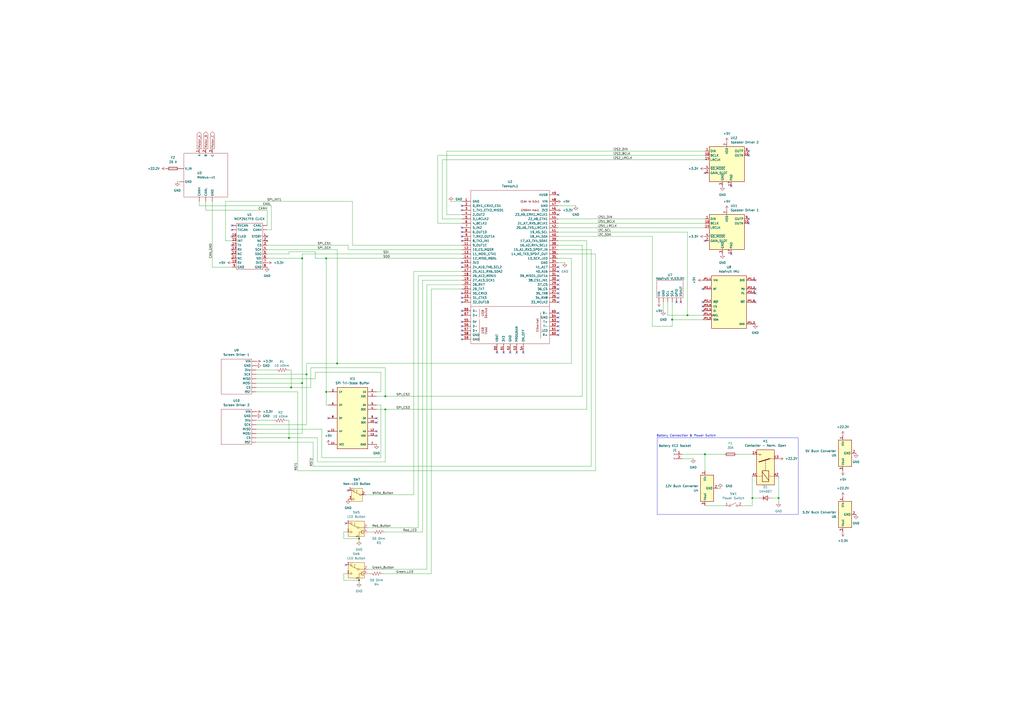
<source format=kicad_sch>
(kicad_sch (version 20250114) (generator "eeschema") (generator_version "9.0")
  (paper "A2")
  (lib_symbols
    (symbol "4754:4754" (pin_names (offset 1.016))
      (property "Reference" "U" (at -10.16 16.002 0))
      (property "Value" "4754" (at -10.16 -17.78 0))
      (symbol "4754_0_0"
        (pin input line (at -15.24 12.7 0) (length 5.08) (name "VIN") (number "JP1_1"))
        (pin input line (at -15.24 7.62 0) (length 5.08) (name "BT") (number "JP2_1"))
        (pin input line (at -15.24 0 0) (length 5.08) (name "~{RST}") (number "JP2_4"))
        (pin input line (at -15.24 -2.54 0) (length 5.08) (name "CS") (number "JP2_6"))
        (pin input line (at -15.24 -5.08 0) (length 5.08) (name "DI") (number "JP2_5"))
        (pin bidirectional clock (at -15.24 -7.62 0) (length 5.08) (name "SCL") (number "JP1_4"))
        (pin bidirectional line (at -15.24 -10.16 0) (length 5.08) (name "SDA") (number "JP1_5"))
        (pin output line (at 15.24 12.7 180) (length 5.08) (name "3VO") (number "JP1_2"))
        (pin bidirectional line (at 15.24 7.62 180) (length 5.08) (name "P0") (number "JP2_2"))
        (pin bidirectional line (at 15.24 5.08 180) (length 5.08) (name "P1") (number "JP2_3"))
        (pin output line (at 15.24 0 180) (length 5.08) (name "~{INT}") (number "JP1_6"))
        (pin power_in line (at 15.24 -12.7 180) (length 5.08) (name "GND") (number "JP1_3"))
      )
    )
    (symbol "74HC125:74HC125" (pin_names (offset 1.016))
      (property "Reference" "IC" (at -5.0815 22.8665 0))
      (property "Value" "74HC125" (at -5.0884 -17.8093 0))
      (symbol "74HC125_0_0"
        (pin bidirectional line (at -10.16 17.78 0) (length 5.08) (name "1A") (number "2"))
        (pin bidirectional line (at -10.16 15.24 0) (length 5.08) (name "1OE") (number "1"))
        (pin bidirectional line (at -10.16 10.16 0) (length 5.08) (name "2A") (number "5"))
        (pin bidirectional line (at -10.16 7.62 0) (length 5.08) (name "2OE") (number "4"))
        (pin bidirectional line (at -10.16 2.54 0) (length 5.08) (name "3A") (number "9"))
        (pin bidirectional line (at -10.16 0 0) (length 5.08) (name "3OE") (number "10"))
        (pin bidirectional line (at -10.16 -5.08 0) (length 5.08) (name "4A") (number "12"))
        (pin bidirectional line (at -10.16 -7.62 0) (length 5.08) (name "4OE") (number "13"))
        (pin bidirectional line (at -10.16 -12.7 0) (length 5.08) (name "GND") (number "7"))
        (pin bidirectional line (at 17.78 17.78 180) (length 5.08) (name "1Y") (number "3"))
        (pin bidirectional line (at 17.78 10.16 180) (length 5.08) (name "2Y") (number "6"))
        (pin bidirectional line (at 17.78 2.54 180) (length 5.08) (name "3Y") (number "8"))
        (pin bidirectional line (at 17.78 -5.08 180) (length 5.08) (name "4Y") (number "11"))
        (pin bidirectional line (at 17.78 -12.7 180) (length 5.08) (name "VCC") (number "14"))
      )
    )
    (symbol "Adafruit_RA8875_1"
      (property "Reference" "U9" (at -1.2701 10.16 90))
      (property "Value" "AdafruitRA8875" (at 1.2699 10.16 90))
      (symbol "Adafruit_RA8875_1_1_1"
        (pin power_in line (at -8.89 -11.43 90) (length 2.54) (name "VIN") (number ""))
        (pin power_out line (at -6.35 -11.43 90) (length 2.54) (name "GND") (number ""))
        (pin power_out line (at -3.81 -11.43 90) (length 2.54) (name "3Vo") (number ""))
        (pin input line (at -1.27 -11.43 90) (length 2.54) (name "SCK") (number ""))
        (pin output line (at 1.27 -11.43 90) (length 2.54) (name "MISO") (number ""))
        (pin input line (at 3.81 -11.43 90) (length 2.54) (name "MOSI") (number ""))
        (pin input line (at 6.35 -11.43 90) (length 2.54) (name "CS") (number ""))
        (pin input line (at 8.89 -11.43 90) (length 2.54) (name "RST") (number ""))
      )
    )
    (symbol "Audio:MAX98357A"
      (property "Reference" "U" (at -8.89 11.43 0))
      (property "Value" "MAX98357A" (at 10.16 11.43 0))
      (symbol "MAX98357A_1_1"
        (pin input line (at -12.7 7.62 0) (length 2.54) (name "DIN") (number "1"))
        (pin input line (at -12.7 5.08 0) (length 2.54) (name "BCLK") (number "16"))
        (pin input line (at -12.7 2.54 0) (length 2.54) (name "LRCLK") (number "14"))
        (pin input line (at -12.7 -2.54 0) (length 2.54) (name "~{SD_MODE}") (number "4"))
        (pin passive line (at -12.7 -5.08 0) (length 2.54) (name "GAIN_SLOT") (number "2"))
        (pin passive line (at -2.54 -12.7 90) (length 2.54) (hide yes) (name "GND") (number "11"))
        (pin passive line (at -2.54 -12.7 90) (length 2.54) (hide yes) (name "GND") (number "15"))
        (pin power_in line (at -2.54 -12.7 90) (length 2.54) (name "GND") (number "3"))
        (pin power_in line (at 0 12.7 270) (length 2.54) (name "VDD") (number "7"))
        (pin passive line (at 0 12.7 270) (length 2.54) (hide yes) (name "VDD") (number "8"))
        (pin unspecified line (at 2.54 -12.7 90) (length 2.54) (name "PAD") (number "17"))
        (pin no_connect line (at 10.16 2.54 180) (length 2.54) (hide yes) (name "NC") (number "5"))
        (pin no_connect line (at 10.16 0 180) (length 2.54) (hide yes) (name "NC") (number "6"))
        (pin no_connect line (at 10.16 -5.08 180) (length 2.54) (hide yes) (name "NC") (number "12"))
        (pin no_connect line (at 10.16 -7.62 180) (length 2.54) (hide yes) (name "NC") (number "13"))
        (pin output line (at 12.7 7.62 180) (length 2.54) (name "OUTP") (number "9"))
        (pin output line (at 12.7 5.08 180) (length 2.54) (name "OUTN") (number "10"))
      )
    )
    (symbol "Connector:Conn_01x02_Socket" (pin_names (offset 1.016) (hide yes))
      (property "Reference" "J1" (at -0.635 -7.62 0))
      (property "Value" "Battery EC2 Socket" (at -0.635 -5.08 0))
      (symbol "Conn_01x02_Socket_1_1"
        (pin power_out line (at -5.08 0 0) (length 3.81) (name "Pin_1") (number "1"))
        (pin passive line (at -5.08 -2.54 0) (length 3.81) (name "Pin_2") (number "2"))
      )
    )
    (symbol "Custom_Parts:Adafruit_RA8875"
      (property "Reference" "U9" (at -1.2701 10.16 90))
      (property "Value" "AdafruitRA8875" (at 1.2699 10.16 90))
      (symbol "Adafruit_RA8875_1_1"
        (pin power_in line (at -8.89 -11.43 90) (length 2.54) (name "VIN") (number ""))
        (pin power_out line (at -6.35 -11.43 90) (length 2.54) (name "GND") (number ""))
        (pin power_out line (at -3.81 -11.43 90) (length 2.54) (name "3Vo") (number ""))
        (pin input line (at -1.27 -11.43 90) (length 2.54) (name "SCK") (number ""))
        (pin output line (at 1.27 -11.43 90) (length 2.54) (name "MISO") (number ""))
        (pin input line (at 3.81 -11.43 90) (length 2.54) (name "MOSI") (number ""))
        (pin input line (at 6.35 -11.43 90) (length 2.54) (name "CS") (number ""))
        (pin input line (at 8.89 -11.43 90) (length 2.54) (name "RST") (number ""))
      )
    )
    (symbol "Custom_Parts:Adafruit_VL53L0X"
      (property "Reference" "U" (at 0 0 0))
      (symbol "Adafruit_VL53L0X_1_1"
        (pin power_in line (at -6.35 -10.16 90) (length 2.54) (name "VIN") (number ""))
        (pin power_in line (at -3.81 -10.16 90) (length 2.54) (name "GND") (number ""))
        (pin input line (at -1.27 -10.16 90) (length 2.54) (name "SCL") (number ""))
        (pin bidirectional line (at 1.27 -10.16 90) (length 2.54) (name "SCA") (number ""))
        (pin bidirectional line (at 3.81 -10.16 90) (length 2.54) (name "GPIO") (number ""))
        (pin input line (at 6.35 -10.16 90) (length 2.54) (name "XSHUT") (number ""))
      )
    )
    (symbol "Custom_Parts:MCP2517FD_CLICK"
      (property "Reference" "U" (at 0 0 0))
      (symbol "MCP2517FD_CLICK_1_1"
        (pin bidirectional line (at -10.16 11.43 0) (length 2.54) (name "CANL") (number ""))
        (pin bidirectional line (at -10.16 8.89 0) (length 2.54) (name "CANH") (number ""))
        (pin input line (at -10.16 5.08 0) (length 2.54) (name "STDBY") (number "1"))
        (pin no_connect line (at -10.16 2.54 0) (length 2.54) (name "NC") (number "2"))
        (pin input line (at -10.16 0 0) (length 2.54) (name "CS") (number "3"))
        (pin input line (at -10.16 -2.54 0) (length 2.54) (name "SCK") (number "4"))
        (pin output line (at -10.16 -5.08 0) (length 2.54) (name "SDO") (number "5"))
        (pin input line (at -10.16 -7.62 0) (length 2.54) (name "SDI") (number "6"))
        (pin power_in line (at -10.16 -10.16 0) (length 2.54) (name "3V3") (number "7"))
        (pin bidirectional line (at -10.16 -12.7 0) (length 2.54) (name "GND") (number "8"))
        (pin bidirectional line (at 10.16 11.43 180) (length 2.54) (name "RXCAN") (number ""))
        (pin bidirectional line (at 10.16 8.89 180) (length 2.54) (name "TXCAN") (number ""))
        (pin output line (at 10.16 5.08 180) (length 2.54) (name "CLKO") (number "16"))
        (pin bidirectional line (at 10.16 2.54 180) (length 2.54) (name "INT") (number "15"))
        (pin bidirectional line (at 10.16 0 180) (length 2.54) (name "TX") (number "14"))
        (pin bidirectional line (at 10.16 -2.54 180) (length 2.54) (name "RX") (number "13"))
        (pin no_connect line (at 10.16 -5.08 180) (length 2.54) (name "NC") (number "12"))
        (pin no_connect line (at 10.16 -7.62 180) (length 2.54) (name "NC") (number "11"))
        (pin power_in line (at 10.16 -10.16 180) (length 2.54) (name "5V") (number "10"))
        (pin bidirectional line (at 10.16 -12.7 180) (length 2.54) (name "GND") (number "9"))
      )
    )
    (symbol "Custom_Parts:Moteus-x1"
      (property "Reference" "U3" (at -5.08 1.27 0))
      (property "Value" "Moteus-x1" (at -5.08 -1.27 0))
      (symbol "Moteus-x1_1_1"
        (pin power_in line (at -15.24 3.81 0) (length 2.54) (name "V_IN") (number ""))
        (pin power_in line (at -15.24 -3.81 0) (length 2.54) (name "GND") (number ""))
        (pin bidirectional line (at -3.81 15.24 270) (length 2.54) (name "A") (number "1"))
        (pin bidirectional line (at -3.81 -15.24 90) (length 2.54) (name "CANH") (number ""))
        (pin bidirectional line (at 0 15.24 270) (length 2.54) (name "B") (number "2"))
        (pin bidirectional line (at 0 -15.24 90) (length 2.54) (name "CANL") (number ""))
        (pin bidirectional line (at 3.81 15.24 270) (length 2.54) (name "C") (number "3"))
        (pin power_in line (at 3.81 -15.24 90) (length 2.54) (name "GND") (number ""))
      )
    )
    (symbol "Device:Fuse" (pin_numbers (hide yes)) (pin_names (offset 0))
      (property "Reference" "F" (at 2.032 0 90))
      (property "Value" "Fuse" (at -1.905 0 90))
      (symbol "Fuse_1_1"
        (pin passive line (at 0 3.81 270) (length 1.27) (name "~") (number "1"))
        (pin passive line (at 0 -3.81 90) (length 1.27) (name "~") (number "2"))
      )
    )
    (symbol "Device:R_US" (pin_numbers (hide yes)) (pin_names (offset 0))
      (property "Reference" "R" (at 2.54 0 90))
      (property "Value" "R_US" (at -2.54 0 90))
      (symbol "R_US_1_1"
        (pin passive line (at 0 3.81 270) (length 1.27) (name "~") (number "1"))
        (pin passive line (at 0 -3.81 90) (length 1.27) (name "~") (number "2"))
      )
    )
    (symbol "Diode:1N4007" (pin_numbers (hide yes)) (pin_names (hide yes))
      (property "Reference" "D" (at 0 2.54 0))
      (property "Value" "1N4007" (at 0 -2.54 0))
      (symbol "1N4007_1_1"
        (pin passive line (at -3.81 0 0) (length 2.54) (name "K") (number "1"))
        (pin passive line (at 3.81 0 180) (length 2.54) (name "A") (number "2"))
      )
    )
    (symbol "Regulator_Switching:TSR_1-24120"
      (property "Reference" "U" (at -7.62 6.35 0))
      (property "Value" "TSR_1-24120" (at -1.27 6.35 0))
      (symbol "TSR_1-24120_1_1"
        (pin power_in line (at -10.16 2.54 0) (length 2.54) (name "Vin") (number "1"))
        (pin power_in line (at 0 -5.08 90) (length 2.54) (name "GND") (number "2"))
        (pin power_out line (at 10.16 2.54 180) (length 2.54) (name "Vout") (number "3"))
      )
    )
    (symbol "Regulator_Switching:TSR_1-2433"
      (property "Reference" "U" (at -7.62 6.35 0))
      (property "Value" "TSR_1-2433" (at -1.27 6.35 0))
      (symbol "TSR_1-2433_1_1"
        (pin power_in line (at -10.16 2.54 0) (length 2.54) (name "Vin") (number "1"))
        (pin power_in line (at 0 -5.08 90) (length 2.54) (name "GND") (number "2"))
        (pin power_out line (at 10.16 2.54 180) (length 2.54) (name "Vout") (number "3"))
      )
    )
    (symbol "Regulator_Switching:TSR_1-2450"
      (property "Reference" "U" (at -7.62 6.35 0))
      (property "Value" "TSR_1-2450" (at -1.27 6.35 0))
      (symbol "TSR_1-2450_1_1"
        (pin power_in line (at -10.16 2.54 0) (length 2.54) (name "Vin") (number "1"))
        (pin power_in line (at 0 -5.08 90) (length 2.54) (name "GND") (number "2"))
        (pin power_out line (at 10.16 2.54 180) (length 2.54) (name "Vout") (number "3"))
      )
    )
    (symbol "Relay:Relay_SPST-NO"
      (property "Reference" "K1" (at 15.24 0 90))
      (property "Value" "Contactor - Norm. Open" (at 12.7 0 90))
      (symbol "Relay_SPST-NO_1_1"
        (pin passive line (at -5.08 7.62 270) (length 2.54) (name "~") (number "A1"))
        (pin passive line (at -5.08 -7.62 90) (length 2.54) (name "~") (number "A2"))
        (pin power_out line (at 5.08 -7.62 90) (length 2.54) (name "~") (number "13"))
        (pin power_in line (at 7.62 7.62 270) (length 2.54) (name "~") (number "14"))
      )
    )
    (symbol "SW_Push_SPDT_2" (pin_names (offset 0) (hide yes))
      (property "Reference" "SW4" (at 2.2225 8.89 0))
      (property "Value" "LED Button" (at 2.2225 6.35 0))
      (symbol "SW_Push_SPDT_2_1_1"
        (pin passive line (at -5.08 0 0) (length 2.54) (name "B") (number "2"))
        (pin power_in line (at -5.08 -2.54 0) (length 2.54) (name "LED_IN") (number "4"))
        (pin power_out line (at 0 -6.35 90) (length 2.54) (name "GND") (number "5"))
        (pin passive line (at 7.62 2.54 180) (length 2.54) (name "A") (number "1"))
        (pin passive line (at 7.62 -2.54 180) (length 2.54) (name "C") (number "3"))
      )
    )
    (symbol "Switch:SW_Push_SPDT" (pin_names (offset 0) (hide yes))
      (property "Reference" "SW" (at 0 5.08 0))
      (property "Value" "SW_Push_SPDT" (at 0 -5.08 0))
      (symbol "SW_Push_SPDT_1_1"
        (pin passive line (at -5.08 0 0) (length 2.54) (name "B") (number "2"))
        (pin passive line (at 5.08 2.54 180) (length 2.54) (name "A") (number "1"))
        (pin passive line (at 5.08 -2.54 180) (length 2.54) (name "C") (number "3"))
      )
    )
    (symbol "Switch:SW_SPST" (pin_names (offset 0) (hide yes))
      (property "Reference" "SW" (at 0 3.175 0))
      (property "Value" "SW_SPST" (at 0 -2.54 0))
      (symbol "SW_SPST_1_1"
        (pin passive line (at -5.08 0 0) (length 2.54) (name "A") (number "1"))
        (pin passive line (at 5.08 0 180) (length 2.54) (name "B") (number "2"))
      )
    )
    (symbol "power:+24V" (power) (pin_numbers (hide yes)) (pin_names (offset 0) (hide yes))
      (property "Value" "+24V" (at 0 3.556 0))
      (symbol "+24V_1_1"
        (pin power_in line (at 0 0 90) (length 0) (name "~") (number "1"))
      )
    )
    (symbol "power:+3.3V" (power) (pin_numbers (hide yes)) (pin_names (offset 0) (hide yes))
      (property "Value" "+3.3V" (at 0 3.556 0))
      (symbol "+3.3V_1_1"
        (pin power_in line (at 0 0 90) (length 0) (name "~") (number "1"))
      )
    )
    (symbol "power:+5V" (power) (pin_numbers (hide yes)) (pin_names (offset 0) (hide yes))
      (property "Value" "+5V" (at 0 3.556 0))
      (symbol "+5V_1_1"
        (pin power_in line (at 0 0 90) (length 0) (name "~") (number "1"))
      )
    )
    (symbol "power:GND" (power) (pin_numbers (hide yes)) (pin_names (offset 0) (hide yes))
      (property "Value" "GND" (at 0 -3.81 0))
      (symbol "GND_1_1"
        (pin power_in line (at 0 0 270) (length 0) (name "~") (number "1"))
      )
    )
    (symbol "teensy:Teensy4.1" (pin_names (offset 1.016))
      (property "Reference" "U" (at 0 64.77 0))
      (property "Value" "Teensy4.1" (at 0 62.23 0))
      (symbol "Teensy4.1_0_0"
        (text "USB" (at -15.875 -10.16 900) (effects (font (size 1.27 1.27))))
        (text "USB" (at -15.875 -20.32 900) (effects (font (size 1.27 1.27))))
        (text "Device" (at -13.97 -10.16 900) (effects (font (size 1.27 1.27))))
        (text "Host" (at -13.97 -20.32 900) (effects (font (size 1.27 1.27))))
        (text "(3.6v to 5.5v)" (at 11.43 54.61 0) (effects (font (size 1.016 1.016))))
        (text "(250mA max)" (at 11.43 49.53 0) (effects (font (size 1.016 1.016))))
        (text "Ethernet" (at 15.875 -17.145 900) (effects (font (size 1.27 1.27))))
        (pin bidirectional line (at -27.94 44.45 0) (length 5.08) (name "3_LRCLK2") (number "5"))
        (pin bidirectional line (at -27.94 41.91 0) (length 5.08) (name "4_BCLK2") (number "6"))
        (pin bidirectional line (at -27.94 39.37 0) (length 5.08) (name "5_IN2") (number "7"))
        (pin bidirectional line (at -27.94 36.83 0) (length 5.08) (name "6_OUT1D") (number "8"))
        (pin bidirectional line (at -27.94 34.29 0) (length 5.08) (name "7_RX2_OUT1A") (number "9"))
        (pin bidirectional line (at -27.94 31.75 0) (length 5.08) (name "8_TX2_IN1") (number "10"))
        (pin bidirectional line (at -27.94 29.21 0) (length 5.08) (name "9_OUT1C") (number "11"))
        (pin bidirectional line (at -27.94 26.67 0) (length 5.08) (name "10_CS_MQSR") (number "12"))
        (pin bidirectional line (at -27.94 24.13 0) (length 5.08) (name "11_MOSI_CTX1") (number "13"))
        (pin bidirectional line (at -27.94 21.59 0) (length 5.08) (name "12_MISO_MQSL") (number "14"))
        (pin power_in line (at -27.94 19.05 0) (length 5.08) (name "3V3") (number "15"))
        (pin bidirectional line (at -27.94 16.51 0) (length 5.08) (name "24_A10_TX6_SCL2") (number "16"))
        (pin bidirectional line (at -27.94 13.97 0) (length 5.08) (name "25_A11_RX6_SDA2") (number "17"))
        (pin bidirectional line (at -27.94 11.43 0) (length 5.08) (name "26_A12_MOSI1") (number "18"))
        (pin bidirectional line (at -27.94 8.89 0) (length 5.08) (name "27_A13_SCK1") (number "19"))
        (pin bidirectional line (at -27.94 6.35 0) (length 5.08) (name "28_RX7") (number "20"))
        (pin bidirectional line (at -27.94 3.81 0) (length 5.08) (name "29_TX7") (number "21"))
        (pin bidirectional line (at -27.94 1.27 0) (length 5.08) (name "30_CRX3") (number "22"))
        (pin bidirectional line (at -27.94 -1.27 0) (length 5.08) (name "31_CTX3") (number "23"))
        (pin bidirectional line (at -27.94 -3.81 0) (length 5.08) (name "32_OUT1B") (number "24"))
        (pin bidirectional line (at -27.94 -8.89 0) (length 5.08) (name "D-") (number "66"))
        (pin bidirectional line (at -27.94 -11.43 0) (length 5.08) (name "D+") (number "67"))
        (pin power_out line (at -27.94 -15.24 0) (length 5.08) (name "5V") (number "55"))
        (pin bidirectional line (at -27.94 -17.78 0) (length 5.08) (name "D-") (number "56"))
        (pin bidirectional line (at -27.94 -20.32 0) (length 5.08) (name "D+") (number "57"))
        (pin power_in line (at -27.94 -22.86 0) (length 5.08) (name "GND") (number "58"))
        (pin power_in line (at -27.94 -25.4 0) (length 5.08) (name "GND") (number "59"))
        (pin power_in line (at -7.62 -33.02 90) (length 5.08) (name "VBAT") (number "50"))
        (pin power_in line (at -3.81 -33.02 90) (length 5.08) (name "3V3") (number "51"))
        (pin input line (at 0 -33.02 90) (length 5.08) (name "GND") (number "52"))
        (pin input line (at 3.81 -33.02 90) (length 5.08) (name "PROGRAM") (number "53"))
        (pin input line (at 7.62 -33.02 90) (length 5.08) (name "ON_OFF") (number "54"))
        (pin power_out line (at 27.94 58.42 180) (length 5.08) (name "VUSB") (number "49"))
        (pin power_in line (at 27.94 54.61 180) (length 5.08) (name "VIN") (number "48"))
        (pin output line (at 27.94 52.07 180) (length 5.08) (name "GND") (number "47"))
        (pin output line (at 27.94 49.53 180) (length 5.08) (name "3V3") (number "46"))
        (pin bidirectional line (at 27.94 46.99 180) (length 5.08) (name "23_A9_CRX1_MCLK1") (number "45"))
        (pin bidirectional line (at 27.94 44.45 180) (length 5.08) (name "22_A8_CTX1") (number "44"))
        (pin bidirectional line (at 27.94 41.91 180) (length 5.08) (name "21_A7_RX5_BCLK1") (number "43"))
        (pin bidirectional line (at 27.94 39.37 180) (length 5.08) (name "20_A6_TX5_LRCLK1") (number "42"))
        (pin bidirectional line (at 27.94 36.83 180) (length 5.08) (name "19_A5_SCL") (number "41"))
        (pin bidirectional line (at 27.94 34.29 180) (length 5.08) (name "18_A4_SDA") (number "40"))
        (pin bidirectional line (at 27.94 31.75 180) (length 5.08) (name "17_A3_TX4_SDA1") (number "39"))
        (pin bidirectional line (at 27.94 29.21 180) (length 5.08) (name "16_A2_RX4_SCL1") (number "38"))
        (pin bidirectional line (at 27.94 26.67 180) (length 5.08) (name "15_A1_RX3_SPDIF_IN") (number "37"))
        (pin bidirectional line (at 27.94 24.13 180) (length 5.08) (name "14_A0_TX3_SPDIF_OUT") (number "36"))
        (pin bidirectional line (at 27.94 21.59 180) (length 5.08) (name "13_SCK_LED") (number "35"))
        (pin bidirectional line (at 27.94 16.51 180) (length 5.08) (name "41_A17") (number "33"))
        (pin bidirectional line (at 27.94 13.97 180) (length 5.08) (name "40_A16") (number "32"))
        (pin bidirectional line (at 27.94 11.43 180) (length 5.08) (name "39_MISO1_OUT1A") (number "31"))
        (pin bidirectional line (at 27.94 8.89 180) (length 5.08) (name "38_CS1_IN1") (number "30"))
        (pin bidirectional line (at 27.94 6.35 180) (length 5.08) (name "37_CS") (number "29"))
        (pin bidirectional line (at 27.94 3.81 180) (length 5.08) (name "36_CS") (number "28"))
        (pin bidirectional line (at 27.94 1.27 180) (length 5.08) (name "35_TX8") (number "27"))
        (pin bidirectional line (at 27.94 -1.27 180) (length 5.08) (name "34_RX8") (number "26"))
        (pin bidirectional line (at 27.94 -3.81 180) (length 5.08) (name "33_MCLK2") (number "25"))
        (pin bidirectional line (at 27.94 -10.16 180) (length 5.08) (name "R-") (number "65"))
        (pin power_in line (at 27.94 -12.7 180) (length 5.08) (name "GND") (number "64"))
        (pin bidirectional line (at 27.94 -15.24 180) (length 5.08) (name "T+") (number "63"))
        (pin bidirectional line (at 27.94 -17.78 180) (length 5.08) (name "T-") (number "62"))
        (pin bidirectional line (at 27.94 -20.32 180) (length 5.08) (name "LED") (number "61"))
        (pin bidirectional line (at 27.94 -22.86 180) (length 5.08) (name "R+") (number "60"))
      )
      (symbol "Teensy4.1_1_1"
        (pin power_in line (at -27.94 54.61 0) (length 5.08) (name "GND") (number "1"))
        (pin bidirectional line (at -27.94 52.07 0) (length 5.08) (name "0_RX1_CRX2_CS1") (number "2"))
        (pin bidirectional line (at -27.94 49.53 0) (length 5.08) (name "1_TX1_CTX2_MISO1") (number "3"))
        (pin bidirectional line (at -27.94 46.99 0) (length 5.08) (name "2_OUT2") (number "4"))
        (pin power_in line (at 27.94 19.05 180) (length 5.08) (name "GND") (number "34"))
      )
    )
  )
  (rectangle (start 381.1812 253.9813) (end 463.0962 298.4313))
  (text "Battery Connection & Power Switch\n" (at 398.0722 252.8383 0) (effects (font (size 1.27 1.27))))
  (junction (at 167.64 254))
  (junction (at 408.94 263.5063))
  (junction (at 175.26 149.86))
  (junction (at 189.23 227.33))
  (junction (at 223.52 229.87))
  (junction (at 208.28 336.55))
  (junction (at 436.4262 288.9063))
  (junction (at 208.28 312.42))
  (junction (at 398.78 182.88))
  (junction (at 168.91 224.79))
  (junction (at 451.6662 288.9063))
  (junction (at 177.8 217.17))
  (junction (at 223.52 237.49))
  (junction (at 175.26 222.25))
  (junction (at 195.58 210.82))
  (junction (at 189.23 149.86))
  (junction (at 389.89 185.42))
  (no_connect (at 438.15 170.18))
  (no_connect (at 267.97 132.08))
  (no_connect (at 323.85 175.26))
  (no_connect (at 323.85 165.1))
  (no_connect (at 408.94 139.7))
  (no_connect (at 134.62 137.16))
  (no_connect (at 134.62 142.24))
  (no_connect (at 438.15 175.26))
  (no_connect (at 190.5 242.57))
  (no_connect (at 392.43 175.26))
  (no_connect (at 407.67 180.34))
  (no_connect (at 323.85 167.64))
  (no_connect (at 267.97 175.26))
  (no_connect (at 267.97 139.7))
  (no_connect (at 218.44 245.11))
  (no_connect (at 438.15 162.56))
  (no_connect (at 323.85 184.15))
  (no_connect (at 267.97 137.16))
  (no_connect (at 434.34 90.17))
  (no_connect (at 303.53 204.47))
  (no_connect (at 190.5 250.19))
  (no_connect (at 292.1 204.47))
  (no_connect (at 394.97 175.26))
  (no_connect (at 267.97 186.69))
  (no_connect (at 154.94 137.16))
  (no_connect (at 408.94 100.33))
  (no_connect (at 267.97 170.18))
  (no_connect (at 323.85 181.61))
  (no_connect (at 218.44 250.19))
  (no_connect (at 267.97 182.88))
  (no_connect (at 267.97 194.31))
  (no_connect (at 288.29 204.47))
  (no_connect (at 407.67 175.26))
  (no_connect (at 134.62 130.81))
  (no_connect (at 267.97 121.92))
  (no_connect (at 407.67 167.64))
  (no_connect (at 323.85 160.02))
  (no_connect (at 323.85 191.77))
  (no_connect (at 434.34 127))
  (no_connect (at 218.44 252.73))
  (no_connect (at 323.85 170.18))
  (no_connect (at 134.62 144.78))
  (no_connect (at 424.18 147.32))
  (no_connect (at 200.66 327.66))
  (no_connect (at 134.62 133.35))
  (no_connect (at 323.85 162.56))
  (no_connect (at 424.18 107.95))
  (no_connect (at 267.97 172.72))
  (no_connect (at 323.85 194.31))
  (no_connect (at 267.97 119.38))
  (no_connect (at 438.15 167.64))
  (no_connect (at 267.97 152.4))
  (no_connect (at 299.72 204.47))
  (no_connect (at 323.85 124.46))
  (no_connect (at 201.93 284.48))
  (no_connect (at 323.85 172.72))
  (no_connect (at 267.97 180.34))
  (no_connect (at 267.97 189.23))
  (no_connect (at 267.97 134.62))
  (no_connect (at 323.85 186.69))
  (no_connect (at 218.44 242.57))
  (no_connect (at 323.85 189.23))
  (no_connect (at 323.85 154.94))
  (no_connect (at 200.66 303.53))
  (no_connect (at 434.34 87.63))
  (no_connect (at 267.97 196.85))
  (no_connect (at 295.91 204.47))
  (no_connect (at 267.97 191.77))
  (no_connect (at 323.85 157.48))
  (no_connect (at 267.97 154.94))
  (no_connect (at 323.85 113.03))
  (no_connect (at 434.34 129.54))
  (no_connect (at 407.67 177.8))
  (wire (pts (xy 148.59 217.17) (xy 177.8 217.17)))
  (wire (pts (xy 214.63 332.74) (xy 213.36 332.74)))
  (wire (pts (xy 172.72 273.05) (xy 172.72 227.33)))
  (wire (pts (xy 148.59 256.54) (xy 181.61 256.54)))
  (wire (pts (xy 130.81 116.84) (xy 130.81 139.7)))
  (wire (pts (xy 398.78 182.88) (xy 387.35 182.88)))
  (wire (pts (xy 220.98 265.43) (xy 186.69 265.43)))
  (wire (pts (xy 180.34 224.79) (xy 168.91 224.79)))
  (wire (pts (xy 427.5362 263.5063) (xy 436.4262 263.5063)))
  (wire (pts (xy 247.65 330.2) (xy 213.36 330.2)))
  (wire (pts (xy 408.94 263.5063) (xy 419.9162 263.5063)))
  (wire (pts (xy 451.6662 276.2063) (xy 451.6662 288.9063)))
  (wire (pts (xy 195.58 144.78) (xy 195.58 210.82)))
  (wire (pts (xy 345.44 273.05) (xy 172.72 273.05)))
  (wire (pts (xy 430.53 293.37) (xy 436.4262 293.37)))
  (wire (pts (xy 190.5 234.95) (xy 189.23 234.95)))
  (wire (pts (xy 182.88 146.05) (xy 182.88 149.86)))
  (wire (pts (xy 199.39 308.61) (xy 199.39 312.42)))
  (wire (pts (xy 123.19 154.94) (xy 134.62 154.94)))
  (wire (pts (xy 154.94 149.86) (xy 175.26 149.86)))
  (wire (pts (xy 223.52 229.87) (xy 223.52 213.36)))
  (wire (pts (xy 182.88 219.71) (xy 148.59 219.71)))
  (wire (pts (xy 200.66 332.74) (xy 199.39 332.74)))
  (wire (pts (xy 256.54 92.71) (xy 256.54 127)))
  (wire (pts (xy 204.47 142.24) (xy 204.47 116.84)))
  (wire (pts (xy 189.23 234.95) (xy 189.23 227.33)))
  (wire (pts (xy 182.88 146.05) (xy 167.64 146.05)))
  (wire (pts (xy 208.28 337.82) (xy 208.28 336.55)))
  (wire (pts (xy 342.9 144.78) (xy 323.85 144.78)))
  (wire (pts (xy 254 129.54) (xy 267.97 129.54)))
  (wire (pts (xy 323.85 137.16) (xy 378.46 137.16)))
  (wire (pts (xy 323.85 129.54) (xy 408.94 129.54)))
  (wire (pts (xy 195.58 210.82) (xy 331.47 210.82)))
  (wire (pts (xy 384.81 180.34) (xy 384.81 175.26)))
  (wire (pts (xy 247.65 165.1) (xy 247.65 330.2)))
  (wire (pts (xy 451.6662 288.9063) (xy 447.8562 288.9063)))
  (wire (pts (xy 223.52 308.61) (xy 245.11 308.61)))
  (wire (pts (xy 218.44 234.95) (xy 220.98 234.95)))
  (wire (pts (xy 189.23 227.33) (xy 190.5 227.33)))
  (wire (pts (xy 267.97 124.46) (xy 259.08 124.46)))
  (wire (pts (xy 387.35 182.88) (xy 387.35 175.26)))
  (wire (pts (xy 223.52 237.49) (xy 218.44 237.49)))
  (wire (pts (xy 189.23 149.86) (xy 189.23 227.33)))
  (wire (pts (xy 259.08 124.46) (xy 259.08 87.63)))
  (wire (pts (xy 340.36 237.49) (xy 340.36 139.7)))
  (wire (pts (xy 186.69 248.92) (xy 148.59 248.92)))
  (wire (pts (xy 148.59 246.38) (xy 177.8 246.38)))
  (wire (pts (xy 186.69 265.43) (xy 186.69 248.92)))
  (wire (pts (xy 182.88 215.9) (xy 182.88 219.71)))
  (wire (pts (xy 167.64 243.84) (xy 167.64 254)))
  (wire (pts (xy 184.15 267.97) (xy 184.15 254)))
  (wire (pts (xy 337.82 229.87) (xy 337.82 142.24)))
  (wire (pts (xy 175.26 149.86) (xy 175.26 222.25)))
  (wire (pts (xy 337.82 142.24) (xy 323.85 142.24)))
  (wire (pts (xy 181.61 256.54) (xy 181.61 270.51)))
  (wire (pts (xy 160.02 214.63) (xy 148.59 214.63)))
  (wire (pts (xy 154.94 142.24) (xy 201.93 142.24)))
  (wire (pts (xy 223.52 237.49) (xy 340.36 237.49)))
  (wire (pts (xy 201.93 144.78) (xy 267.97 144.78)))
  (wire (pts (xy 331.47 210.82) (xy 331.47 149.86)))
  (wire (pts (xy 220.98 215.9) (xy 182.88 215.9)))
  (wire (pts (xy 436.4262 288.9063) (xy 440.2362 288.9063)))
  (wire (pts (xy 389.89 189.23) (xy 389.89 185.42)))
  (wire (pts (xy 395.7862 263.5063) (xy 408.94 263.5063)))
  (wire (pts (xy 389.89 185.42) (xy 407.67 185.42)))
  (wire (pts (xy 398.78 182.88) (xy 407.67 182.88)))
  (wire (pts (xy 168.91 224.79) (xy 148.59 224.79)))
  (wire (pts (xy 184.15 254) (xy 167.64 254)))
  (wire (pts (xy 223.52 229.87) (xy 218.44 229.87)))
  (wire (pts (xy 223.52 213.36) (xy 180.34 213.36)))
  (wire (pts (xy 223.52 267.97) (xy 184.15 267.97)))
  (wire (pts (xy 158.75 243.84) (xy 148.59 243.84)))
  (wire (pts (xy 408.94 263.5063) (xy 408.94 273.05)))
  (wire (pts (xy 436.4262 293.37) (xy 436.4262 288.9063)))
  (wire (pts (xy 157.48 133.35) (xy 157.48 119.38)))
  (wire (pts (xy 119.38 121.92) (xy 119.38 116.84)))
  (wire (pts (xy 167.64 146.05) (xy 167.64 147.32)))
  (wire (pts (xy 323.85 132.08) (xy 408.94 132.08)))
  (wire (pts (xy 402.1362 266.0463) (xy 395.7862 266.0463)))
  (wire (pts (xy 148.59 222.25) (xy 175.26 222.25)))
  (wire (pts (xy 175.26 251.46) (xy 175.26 222.25)))
  (wire (pts (xy 154.94 133.35) (xy 157.48 133.35)))
  (wire (pts (xy 167.64 243.84) (xy 166.37 243.84)))
  (wire (pts (xy 204.47 116.84) (xy 130.81 116.84)))
  (wire (pts (xy 250.19 167.64) (xy 250.19 332.74)))
  (wire (pts (xy 323.85 116.84) (xy 322.58 116.84)))
  (wire (pts (xy 154.94 121.92) (xy 119.38 121.92)))
  (wire (pts (xy 342.9 144.78) (xy 342.9 270.51)))
  (wire (pts (xy 154.94 130.81) (xy 154.94 121.92)))
  (wire (pts (xy 213.36 306.07) (xy 242.57 306.07)))
  (wire (pts (xy 175.26 147.32) (xy 175.26 149.86)))
  (wire (pts (xy 408.94 92.71) (xy 256.54 92.71)))
  (wire (pts (xy 223.52 237.49) (xy 223.52 267.97)))
  (wire (pts (xy 148.59 251.46) (xy 175.26 251.46)))
  (wire (pts (xy 208.28 313.69) (xy 208.28 312.42)))
  (wire (pts (xy 168.91 214.63) (xy 167.64 214.63)))
  (wire (pts (xy 200.66 308.61) (xy 199.39 308.61)))
  (wire (pts (xy 267.97 165.1) (xy 247.65 165.1)))
  (wire (pts (xy 245.11 308.61) (xy 245.11 162.56)))
  (wire (pts (xy 267.97 157.48) (xy 240.03 157.48)))
  (wire (pts (xy 261.62 116.84) (xy 267.97 116.84)))
  (wire (pts (xy 331.47 149.86) (xy 323.85 149.86)))
  (wire (pts (xy 267.97 142.24) (xy 204.47 142.24)))
  (wire (pts (xy 398.78 134.62) (xy 323.85 134.62)))
  (wire (pts (xy 199.39 332.74) (xy 199.39 336.55)))
  (wire (pts (xy 167.64 147.32) (xy 154.94 147.32)))
  (wire (pts (xy 223.52 229.87) (xy 337.82 229.87)))
  (wire (pts (xy 182.88 149.86) (xy 189.23 149.86)))
  (wire (pts (xy 123.19 116.84) (xy 123.19 154.94)))
  (wire (pts (xy 417.83 283.21) (xy 416.56 283.21)))
  (wire (pts (xy 177.8 210.82) (xy 195.58 210.82)))
  (wire (pts (xy 254 90.17) (xy 254 129.54)))
  (wire (pts (xy 115.57 119.38) (xy 157.48 119.38)))
  (wire (pts (xy 220.98 227.33) (xy 218.44 227.33)))
  (wire (pts (xy 175.26 147.32) (xy 267.97 147.32)))
  (wire (pts (xy 177.8 217.17) (xy 177.8 210.82)))
  (wire (pts (xy 180.34 213.36) (xy 180.34 224.79)))
  (wire (pts (xy 199.39 312.42) (xy 208.28 312.42)))
  (wire (pts (xy 378.46 189.23) (xy 389.89 189.23)))
  (wire (pts (xy 323.85 127) (xy 408.94 127)))
  (wire (pts (xy 451.6662 291.4463) (xy 451.6662 288.9063)))
  (wire (pts (xy 222.25 332.74) (xy 250.19 332.74)))
  (wire (pts (xy 242.57 306.07) (xy 242.57 160.02)))
  (wire (pts (xy 389.89 175.26) (xy 389.89 185.42)))
  (wire (pts (xy 408.94 90.17) (xy 254 90.17)))
  (wire (pts (xy 323.85 139.7) (xy 340.36 139.7)))
  (wire (pts (xy 215.9 308.61) (xy 213.36 308.61)))
  (wire (pts (xy 167.64 254) (xy 148.59 254)))
  (wire (pts (xy 242.57 160.02) (xy 267.97 160.02)))
  (wire (pts (xy 240.03 157.48) (xy 240.03 287.02)))
  (wire (pts (xy 334.01 119.38) (xy 323.85 119.38)))
  (wire (pts (xy 323.85 121.92) (xy 322.58 121.92)))
  (wire (pts (xy 398.78 134.62) (xy 398.78 182.88)))
  (wire (pts (xy 323.85 152.4) (xy 327.66 152.4)))
  (wire (pts (xy 408.94 293.37) (xy 420.37 293.37)))
  (wire (pts (xy 259.08 87.63) (xy 408.94 87.63)))
  (wire (pts (xy 189.23 149.86) (xy 267.97 149.86)))
  (wire (pts (xy 195.58 144.78) (xy 154.94 144.78)))
  (wire (pts (xy 199.39 336.55) (xy 208.28 336.55)))
  (wire (pts (xy 220.98 215.9) (xy 220.98 227.33)))
  (wire (pts (xy 256.54 127) (xy 267.97 127)))
  (wire (pts (xy 177.8 246.38) (xy 177.8 217.17)))
  (wire (pts (xy 115.57 119.38) (xy 115.57 116.84)))
  (wire (pts (xy 240.03 287.02) (xy 212.09 287.02)))
  (wire (pts (xy 201.93 144.78) (xy 201.93 142.24)))
  (wire (pts (xy 102.87 105.41) (xy 104.14 105.41)))
  (wire (pts (xy 378.46 137.16) (xy 378.46 189.23)))
  (wire (pts (xy 148.59 227.33) (xy 172.72 227.33)))
  (wire (pts (xy 345.44 147.32) (xy 323.85 147.32)))
  (wire (pts (xy 436.4262 276.2063) (xy 436.4262 288.9063)))
  (wire (pts (xy 245.11 162.56) (xy 267.97 162.56)))
  (wire (pts (xy 220.98 234.95) (xy 220.98 265.43)))
  (wire (pts (xy 130.81 139.7) (xy 134.62 139.7)))
  (wire (pts (xy 345.44 147.32) (xy 345.44 273.05)))
  (wire (pts (xy 267.97 167.64) (xy 250.19 167.64)))
  (wire (pts (xy 168.91 214.63) (xy 168.91 224.79)))
  (wire (pts (xy 342.9 270.51) (xy 181.61 270.51)))
  (label "SPI_CS2" (at 229.87 229.87 0))
  (label "Red_LED" (at 233.68 308.61 0))
  (label "CAN_GND" (at 123.19 149.86 90))
  (label "I2S2_LRCLK" (at 355.6 92.71 0))
  (label "White_Button" (at 215.9 287.02 0))
  (label "Red_Button" (at 215.9 306.07 0))
  (label "RST1" (at 172.72 273.05 90))
  (label "I2S2_DIN" (at 355.6 87.63 0))
  (label "SPI_INT1" (at 154.94 116.84 0))
  (label "I2S2_BCLK" (at 355.6 90.17 0))
  (label "CANL" (at 152.4 119.38 0))
  (label "SPI_CS3" (at 229.87 237.49 0))
  (label "I2S1_BCLK" (at 346.71 129.54 0))
  (label "Green_LED" (at 229.87 332.74 0))
  (label "I2C_SCL" (at 346.71 134.62 0))
  (label "I2S1_DIN" (at 346.71 127 0))
  (label "RST2" (at 181.61 270.51 90))
  (label "SPI_CS1" (at 184.15 142.24 0))
  (label "SDO" (at 222.25 149.86 0))
  (label "I2S1_LRCLK" (at 346.71 132.08 0))
  (label "I2C_SDA" (at 346.71 137.16 0))
  (label "SDI" (at 222.25 147.32 0))
  (label "CANH" (at 149.86 121.92 0))
  (label "Green_Button" (at 215.9 330.2 0))
  (label "SPI_SCK" (at 184.15 144.78 0))
  (global_label "Motor_A" (shape output) (at 115.57 86.36 90) (property "Intersheetrefs" "${INTERSHEET_REFS}" (effects (hide yes))))
  (global_label "Motor_B" (shape output) (at 119.38 86.36 90) (property "Intersheetrefs" "${INTERSHEET_REFS}" (effects (hide yes))))
  (global_label "Motor_C" (shape output) (at 123.19 86.36 90) (property "Intersheetrefs" "${INTERSHEET_REFS}" (effects (hide yes))))
  (symbol (lib_id "Device:R_US") (at 163.83 214.63 270) (mirror x) (unit 1)
    (property "Reference" "R1" (at 164.846 209.804 90) (effects (justify right)))
    (property "Value" "10 kOhm" (at 167.894 212.09 90) (effects (justify right)))
    (property "Description" "Resistor, US symbol" (effects (hide yes)))
  )
  (symbol (lib_id "power:GND") (at 208.28 313.69 0) (mirror y) (unit 1)
    (property "Reference" "#PWR034" (effects (hide yes)))
    (property "Value" "GND" (at 208.28 318.77 0))
    (property "Description" "Power symbol creates a global label with name \"GND\" , ground" (effects (hide yes)))
  )
  (symbol (lib_id "Audio:MAX98357A") (at 421.64 95.25 0) (unit 1)
    (property "Reference" "U12" (at 423.7833 80.01 0) (effects (justify left)))
    (property "Value" "Speaker Driver 2" (at 423.7833 82.55 0) (effects (justify left)))
    (property "Footprint" "Package_DFN_QFN:TQFN-16-1EP_3x3mm_P0.5mm_EP1.23x1.23mm" (effects (hide yes)))
    (property "Datasheet" "https://www.analog.com/media/en/technical-documentation/data-sheets/MAX98357A-MAX98357B.pdf" (effects (hide yes)))
    (property "Description" "Mono DAC with amplifier, I2S, PCM, TDM, 32-bit, 96khz, 3.2W, TQFP-16" (effects (hide yes)))
  )
  (symbol (lib_id "power:GND") (at 402.1362 266.0463 0) (unit 1)
    (property "Reference" "#PWR06" (effects (hide yes)))
    (property "Value" "GND" (at 402.1362 271.1263 0))
    (property "Description" "Power symbol creates a global label with name \"GND\" , ground" (effects (hide yes)))
  )
  (symbol (lib_id "Device:Fuse") (at 100.33 97.79 270) (unit 1)
    (property "Reference" "F2" (at 100.33 91.44 90))
    (property "Value" "20 A" (at 100.33 93.98 90))
    (property "Description" "Fuse" (effects (hide yes)))
  )
  (symbol (lib_id "power:+3.3V") (at 154.94 152.4 270) (mirror x) (unit 1)
    (property "Reference" "#PWR01" (effects (hide yes)))
    (property "Value" "+3.3V" (at 158.75 152.3999 90) (effects (justify left)))
    (property "Description" "Power symbol creates a global label with name \"+3.3V\"" (effects (hide yes)))
  )
  (symbol (lib_id "power:+5V") (at 190.5 257.81 0) (mirror y) (unit 1)
    (property "Reference" "#PWR041" (effects (hide yes)))
    (property "Value" "+5V" (at 190.5 252.73 0))
    (property "Description" "Power symbol creates a global label with name \"+5V\"" (effects (hide yes)))
  )
  (symbol (lib_id "power:+24V") (at 488.95 252.73 0) (unit 1)
    (property "Reference" "#PWR010" (effects (hide yes)))
    (property "Value" "+22.2V" (at 488.95 247.65 0))
    (property "Description" "Power symbol creates a global label with name \"+24V\"" (effects (hide yes)))
  )
  (symbol (lib_id "teensy:Teensy4.1") (at 295.91 171.45 0) (unit 1)
    (property "Reference" "U2" (at 295.91 105.41 0))
    (property "Value" "Teensy4.1" (at 295.91 107.95 0))
  )
  (symbol (lib_id "power:+3.3V") (at 322.58 121.92 270) (unit 1)
    (property "Reference" "#PWR031" (effects (hide yes)))
    (property "Value" "+3.3V" (at 326.39 121.9199 90) (effects (justify left)))
    (property "Description" "Power symbol creates a global label with name \"+3.3V\"" (effects (hide yes)))
  )
  (symbol (lib_id "Custom_Parts:MCP2517FD_CLICK") (at 144.78 142.24 0) (mirror y) (unit 1)
    (property "Reference" "U1" (at 144.78 124.46 0))
    (property "Value" "MCP2517FD CLICK" (at 144.78 127 0))
  )
  (symbol (lib_id "power:GND") (at 496.57 298.45 0) (unit 1)
    (property "Reference" "#PWR014" (effects (hide yes)))
    (property "Value" "GND" (at 496.57 303.53 0))
    (property "Description" "Power symbol creates a global label with name \"GND\" , ground" (effects (hide yes)))
  )
  (symbol (lib_id "power:+5V") (at 382.27 175.26 180) (unit 1)
    (property "Reference" "#PWR019" (effects (hide yes)))
    (property "Value" "+5V" (at 382.27 180.34 0))
    (property "Description" "Power symbol creates a global label with name \"+5V\"" (effects (hide yes)))
  )
  (symbol (lib_id "power:+3.3V") (at 148.59 238.76 270) (mirror x) (unit 1)
    (property "Reference" "#PWR032" (effects (hide yes)))
    (property "Value" "+3.3V" (at 152.4 238.7599 90) (effects (justify left)))
    (property "Description" "Power symbol creates a global label with name \"+3.3V\"" (effects (hide yes)))
  )
  (symbol (lib_id "Custom_Parts:Adafruit_VL53L0X") (at 388.62 165.1 0) (unit 1)
    (property "Reference" "U7" (at 387.35 159.512 0) (effects (justify left)))
    (property "Value" "Adafruit VL53L0X" (at 380.492 161.544 0) (effects (justify left)))
  )
  (symbol (lib_id "Regulator_Switching:TSR_1-2433") (at 491.49 298.45 90) (mirror x) (unit 1)
    (property "Reference" "U6" (at 485.14 299.7201 90) (effects (justify left)))
    (property "Value" "3.3V Buck Converter" (at 485.14 297.18 90) (effects (justify left)))
    (property "Footprint" "Converter_DCDC:Converter_DCDC_TRACO_TSR-1_THT" (effects (hide yes)))
    (property "Datasheet" "http://www.tracopower.com/products/tsr1.pdf" (effects (hide yes)))
    (property "Description" "1A step-down regulator module, fixed 3.3V output voltage, 5-36V input voltage, -40°C to +85°C temperature range, TO-220 compatible LM78xx replacement" (effects (hide yes)))
  )
  (symbol (lib_id "power:+3.3V") (at 408.94 137.16 90) (unit 1)
    (property "Reference" "#PWR039" (effects (hide yes)))
    (property "Value" "+3.3V" (at 405.13 137.1599 90) (effects (justify left)))
    (property "Description" "Power symbol creates a global label with name \"+3.3V\"" (effects (hide yes)))
  )
  (symbol (lib_id "power:GND") (at 148.59 241.3 90) (mirror x) (unit 1)
    (property "Reference" "#PWR033" (effects (hide yes)))
    (property "Value" "GND" (at 152.4 241.2999 90) (effects (justify right)))
    (property "Description" "Power symbol creates a global label with name \"GND\" , ground" (effects (hide yes)))
  )
  (symbol (lib_id "Device:R_US") (at 162.56 243.84 270) (mirror x) (unit 1)
    (property "Reference" "R2" (at 164.084 239.268 90) (effects (justify right)))
    (property "Value" "10 kOhm" (at 167.132 241.554 90) (effects (justify right)))
    (property "Description" "Resistor, US symbol" (effects (hide yes)))
  )
  (symbol (lib_id "Relay:Relay_SPST-NO") (at 444.0462 271.1263 90) (unit 1)
    (property "Reference" "K1" (at 444.0462 255.8863 90))
    (property "Value" "Contactor - Norm. Open" (at 444.0462 258.4263 90))
    (property "Description" "Relay SPST, normally open, EN50005" (effects (hide yes)))
  )
  (symbol (lib_id "Regulator_Switching:TSR_1-2450") (at 491.49 262.89 90) (mirror x) (unit 1)
    (property "Reference" "U5" (at 485.14 264.1601 90) (effects (justify left)))
    (property "Value" "5V Buck Converter" (at 485.14 261.6201 90) (effects (justify left)))
    (property "Footprint" "Converter_DCDC:Converter_DCDC_TRACO_TSR-1_THT" (effects (hide yes)))
    (property "Datasheet" "http://www.tracopower.com/products/tsr1.pdf" (effects (hide yes)))
    (property "Description" "1A step-down regulator module, fixed 5V output voltage, 5-36V input voltage, -40°C to +85°C temperature range, TO-220 compatible LM78xx replacement" (effects (hide yes)))
  )
  (symbol (lib_id "power:GND") (at 201.93 289.56 0) (mirror y) (unit 1)
    (property "Reference" "#PWR036" (effects (hide yes)))
    (property "Value" "GND" (at 201.93 294.64 0))
    (property "Description" "Power symbol creates a global label with name \"GND\" , ground" (effects (hide yes)))
  )
  (symbol (lib_id "Regulator_Switching:TSR_1-24120") (at 411.48 283.21 90) (mirror x) (unit 1)
    (property "Reference" "U4" (at 405.13 284.4801 90) (effects (justify left)))
    (property "Value" "12V Buck Converter" (at 405.13 281.9401 90) (effects (justify left)))
    (property "Footprint" "Converter_DCDC:Converter_DCDC_TRACO_TSR-1_THT" (effects (hide yes)))
    (property "Datasheet" "http://www.tracopower.com/products/tsr1.pdf" (effects (hide yes)))
    (property "Description" "1A step-down regulator module, fixed 12V output voltage, 5-36V input voltage, -40°C to +85°C temperature range, TO-220 compatible LM78xx replacement" (effects (hide yes)))
  )
  (symbol (lib_id "power:GND") (at 419.1 107.95 0) (unit 1)
    (property "Reference" "#PWR05" (effects (hide yes)))
    (property "Value" "GND" (at 419.1 113.03 0))
    (property "Description" "Power symbol creates a global label with name \"GND\" , ground" (effects (hide yes)))
  )
  (symbol (lib_id "power:GND") (at 451.6662 291.4463 0) (unit 1)
    (property "Reference" "#PWR08" (effects (hide yes)))
    (property "Value" "GND" (at 451.6662 296.5263 0))
    (property "Description" "Power symbol creates a global label with name \"GND\" , ground" (effects (hide yes)))
  )
  (symbol (lib_id "Connector:Conn_01x02_Socket") (at 390.7062 263.5063 0) (mirror y) (unit 1)
    (property "Reference" "J1" (at 391.414 261.112 0))
    (property "Value" "Battery EC2 Socket" (at 391.414 258.572 0))
    (property "Description" "Generic connector, single row, 01x02, script generated" (effects (hide yes)))
  )
  (symbol (lib_id "power:GND") (at 438.15 187.96 0) (unit 1)
    (property "Reference" "#PWR021" (effects (hide yes)))
    (property "Value" "GND" (at 438.15 193.04 0))
    (property "Description" "Power symbol creates a global label with name \"GND\" , ground" (effects (hide yes)))
  )
  (symbol (lib_id "Device:R_US") (at 218.44 332.74 90) (mirror x) (unit 1)
    (property "Reference" "R4" (at 218.44 339.09 90))
    (property "Value" "50 Ohm" (at 218.44 336.55 90))
    (property "Description" "Resistor, US symbol" (effects (hide yes)))
  )
  (symbol (lib_id "power:GND") (at 417.83 283.21 180) (unit 1)
    (property "Reference" "#PWR09" (effects (hide yes)))
    (property "Value" "GND" (at 420.8238 281.9399 0) (effects (justify right)))
    (property "Description" "Power symbol creates a global label with name \"GND\" , ground" (effects (hide yes)))
  )
  (symbol (lib_id "power:+3.3V") (at 408.94 97.79 90) (unit 1)
    (property "Reference" "#PWR02" (effects (hide yes)))
    (property "Value" "+3.3V" (at 405.13 97.7899 90) (effects (justify left)))
    (property "Description" "Power symbol creates a global label with name \"+3.3V\"" (effects (hide yes)))
  )
  (symbol (lib_id "power:+5V") (at 322.58 116.84 270) (unit 1)
    (property "Reference" "#PWR024" (effects (hide yes)))
    (property "Value" "+5V" (at 326.39 116.8399 90) (effects (justify left)))
    (property "Description" "Power symbol creates a global label with name \"+5V\"" (effects (hide yes)))
  )
  (symbol (lib_id "power:GND") (at 384.81 180.34 0) (unit 1)
    (property "Reference" "#PWR018" (effects (hide yes)))
    (property "Value" "GND" (at 384.81 185.42 0))
    (property "Description" "Power symbol creates a global label with name \"GND\" , ground" (effects (hide yes)))
  )
  (symbol (lib_id "Custom_Parts:Moteus-x1") (at 119.38 101.6 0) (unit 1)
    (property "Reference" "U3" (at 114.3 100.33 0) (effects (justify left)))
    (property "Value" "Moteus-x1" (at 114.3 102.87 0) (effects (justify left)))
  )
  (symbol (lib_id "power:GND") (at 334.01 119.38 0) (unit 1)
    (property "Reference" "#PWR022" (effects (hide yes)))
    (property "Value" "GND" (at 334.01 124.46 0))
    (property "Description" "Power symbol creates a global label with name \"GND\" , ground" (effects (hide yes)))
  )
  (symbol (lib_id "74HC125:74HC125") (at 208.28 245.11 0) (mirror y) (unit 1)
    (property "Reference" "IC1" (at 204.47 219.71 0))
    (property "Value" "SPI Tri-State Buffer" (at 204.47 222.25 0))
    (property "Footprint" "74HC125:SOIC-14" (effects (hide yes)))
    (property "MF" "Nexperia USA" (effects (hide yes)))
    (property "Description_1" "Buffer, Non-Inverting 4 Element 1 Bit per Element 3-State Output 14-TSSOP" (effects (hide yes)))
    (property "Package" "SO-14 NXP USA" (effects (hide yes)))
    (property "Price" "None" (effects (hide yes)))
    (property "SnapEDA_Link" "https://www.snapeda.com/parts/74HC125/Nexperia/view-part/?ref=snap" (effects (hide yes)))
    (property "MP" "74HC125" (effects (hide yes)))
    (property "Availability" "In Stock" (effects (hide yes)))
    (property "Check_prices" "https://www.snapeda.com/parts/74HC125/Nexperia/view-part/?ref=eda" (effects (hide yes)))
  )
  (symbol (lib_id "power:+5V") (at 134.62 152.4 90) (mirror x) (unit 1)
    (property "Reference" "#PWR04" (effects (hide yes)))
    (property "Value" "+5V" (at 130.81 152.3999 90) (effects (justify left)))
    (property "Description" "Power symbol creates a global label with name \"+5V\"" (effects (hide yes)))
  )
  (symbol (lib_id "Switch:SW_Push_SPDT") (at 207.01 287.02 0) (mirror y) (unit 1)
    (property "Reference" "SW7" (at 207.01 278.13 0))
    (property "Value" "Non-LED Button" (at 207.01 280.67 0))
    (property "Description" "Momentary Switch, single pole double throw" (effects (hide yes)))
  )
  (symbol (lib_id "power:GND") (at 154.94 154.94 0) (unit 1)
    (property "Reference" "#PWR03" (effects (hide yes)))
    (property "Value" "GND" (at 154.94 160.02 0))
    (property "Description" "Power symbol creates a global label with name \"GND\" , ground" (effects (hide yes)))
  )
  (symbol (lib_name "Adafruit_RA8875_1") (lib_id "Custom_Parts:Adafruit_RA8875") (at 137.16 247.65 90) (mirror x) (unit 1)
    (property "Reference" "U10" (at 137.16 232.41 90))
    (property "Value" "Screen Driver 2" (at 137.16 234.95 90))
  )
  (symbol (lib_id "power:GND") (at 327.66 152.4 0) (unit 1)
    (property "Reference" "#PWR025" (effects (hide yes)))
    (property "Value" "GND" (at 327.66 157.48 0))
    (property "Description" "Power symbol creates a global label with name \"GND\" , ground" (effects (hide yes)))
  )
  (symbol (lib_name "SW_Push_SPDT_2") (lib_id "Switch:SW_Push_SPDT") (at 208.28 306.07 0) (mirror y) (unit 1)
    (property "Reference" "SW5" (at 206.6925 297.18 0))
    (property "Value" "LED Button" (at 206.6925 299.72 0))
    (property "Description" "Momentary Switch, single pole double throw" (effects (hide yes)))
  )
  (symbol (lib_id "power:GND") (at 261.62 116.84 180) (unit 1)
    (property "Reference" "#PWR023" (effects (hide yes)))
    (property "Value" "GND" (at 264.16 115.5699 0) (effects (justify right)))
    (property "Description" "Power symbol creates a global label with name \"GND\" , ground" (effects (hide yes)))
  )
  (symbol (lib_id "Device:Fuse") (at 423.7262 263.5063 90) (unit 1)
    (property "Reference" "F1" (at 423.7262 257.1563 90))
    (property "Value" "30A" (at 423.7262 259.6963 90))
    (property "Description" "Fuse" (effects (hide yes)))
  )
  (symbol (lib_id "power:+3.3V") (at 488.95 308.61 180) (unit 1)
    (property "Reference" "#PWR015" (effects (hide yes)))
    (property "Value" "+3.3V" (at 488.95 313.69 0))
    (property "Description" "Power symbol creates a global label with name \"+3.3V\"" (effects (hide yes)))
  )
  (symbol (lib_id "4754:4754") (at 422.91 175.26 0) (unit 1)
    (property "Reference" "U8" (at 422.91 154.94 0))
    (property "Value" "Adafruit IMU" (at 422.91 157.48 0))
    (property "Footprint" "4754:MODULE_4754" (effects (hide yes)))
    (property "MF" "Adafruit" (effects (hide yes)))
    (property "MAXIMUM_PACKAGE_HEIGHT" "4.6mm" (effects (hide yes)))
    (property "Package" "None" (effects (hide yes)))
    (property "Price" "None" (effects (hide yes)))
    (property "Check_prices" "https://www.snapeda.com/parts/4754/Adafruit+Industries/view-part/?ref=eda" (effects (hide yes)))
    (property "STANDARD" "Manufacturer Recommendations" (effects (hide yes)))
    (property "PARTREV" "2021-03-16" (effects (hide yes)))
    (property "SnapEDA_Link" "https://www.snapeda.com/parts/4754/Adafruit+Industries/view-part/?ref=snap" (effects (hide yes)))
    (property "MP" "4754" (effects (hide yes)))
    (property "Description_1" "Adafruit 9-DOF Orientation IMU Fusion Breakout - BNO085 (BNO080) - STEMMA QT / Qwiic" (effects (hide yes)))
    (property "MANUFACTURER" "Adafruit" (effects (hide yes)))
    (property "Availability" "In Stock" (effects (hide yes)))
    (property "SNAPEDA_PN" "4754" (effects (hide yes)))
  )
  (symbol (lib_id "power:+24V") (at 451.6662 266.0463 270) (unit 1)
    (property "Reference" "#PWR07" (effects (hide yes)))
    (property "Value" "+22.2V" (at 455.4762 266.0462 90) (effects (justify left)))
    (property "Description" "Power symbol creates a global label with name \"+24V\"" (effects (hide yes)))
  )
  (symbol (lib_id "Device:R_US") (at 219.71 308.61 90) (mirror x) (unit 1)
    (property "Reference" "R3" (at 219.71 314.96 90))
    (property "Value" "50 Ohm" (at 219.71 312.42 90))
    (property "Description" "Resistor, US symbol" (effects (hide yes)))
  )
  (symbol (lib_id "Switch:SW_SPST") (at 425.45 293.37 0) (unit 1)
    (property "Reference" "SW1" (at 425.45 286.4037 0))
    (property "Value" "Power Switch" (at 425.45 288.9437 0))
    (property "Description" "Single Pole Single Throw (SPST) switch" (effects (hide yes)))
  )
  (symbol (lib_id "power:GND") (at 208.28 337.82 0) (mirror y) (unit 1)
    (property "Reference" "#PWR035" (effects (hide yes)))
    (property "Value" "GND" (at 208.28 342.9 0))
    (property "Description" "Power symbol creates a global label with name \"GND\" , ground" (effects (hide yes)))
  )
  (symbol (lib_id "power:GND") (at 419.1 147.32 0) (unit 1)
    (property "Reference" "#PWR038" (effects (hide yes)))
    (property "Value" "GND" (at 419.1 152.4 0))
    (property "Description" "Power symbol creates a global label with name \"GND\" , ground" (effects (hide yes)))
  )
  (symbol (lib_id "power:GND") (at 218.44 257.81 0) (mirror y) (unit 1)
    (property "Reference" "#PWR040" (effects (hide yes)))
    (property "Value" "GND" (at 218.44 262.89 0))
    (property "Description" "Power symbol creates a global label with name \"GND\" , ground" (effects (hide yes)))
  )
  (symbol (lib_id "power:+3.3V") (at 148.59 209.55 270) (mirror x) (unit 1)
    (property "Reference" "#PWR028" (effects (hide yes)))
    (property "Value" "+3.3V" (at 152.4 209.5499 90) (effects (justify left)))
    (property "Description" "Power symbol creates a global label with name \"+3.3V\"" (effects (hide yes)))
  )
  (symbol (lib_name "SW_Push_SPDT_2") (lib_id "Switch:SW_Push_SPDT") (at 208.28 330.2 0) (mirror y) (unit 1)
    (property "Reference" "SW6" (at 206.6925 321.31 0))
    (property "Value" "LED Button" (at 206.6925 323.85 0))
    (property "Description" "Momentary Switch, single pole double throw" (effects (hide yes)))
  )
  (symbol (lib_id "power:GND") (at 102.87 105.41 0) (unit 1)
    (property "Reference" "#PWR017" (effects (hide yes)))
    (property "Value" "GND" (at 102.87 110.49 0))
    (property "Description" "Power symbol creates a global label with name \"GND\" , ground" (effects (hide yes)))
  )
  (symbol (lib_id "power:GND") (at 496.57 262.89 0) (unit 1)
    (property "Reference" "#PWR012" (effects (hide yes)))
    (property "Value" "GND" (at 496.57 267.97 0))
    (property "Description" "Power symbol creates a global label with name \"GND\" , ground" (effects (hide yes)))
  )
  (symbol (lib_id "power:+24V") (at 96.52 97.79 90) (unit 1)
    (property "Reference" "#PWR016" (effects (hide yes)))
    (property "Value" "+22.2V" (at 92.71 97.7899 90) (effects (justify left)))
    (property "Description" "Power symbol creates a global label with name \"+24V\"" (effects (hide yes)))
  )
  (symbol (lib_id "power:+24V") (at 488.95 288.29 0) (unit 1)
    (property "Reference" "#PWR011" (effects (hide yes)))
    (property "Value" "+22.2V" (at 488.95 283.21 0))
    (property "Description" "Power symbol creates a global label with name \"+24V\"" (effects (hide yes)))
  )
  (symbol (lib_id "power:+5V") (at 421.64 82.55 0) (unit 1)
    (property "Reference" "#PWR026" (effects (hide yes)))
    (property "Value" "+5V" (at 421.64 77.47 0))
    (property "Description" "Power symbol creates a global label with name \"+5V\"" (effects (hide yes)))
  )
  (symbol (lib_id "power:+5V") (at 421.64 121.92 0) (unit 1)
    (property "Reference" "#PWR037" (effects (hide yes)))
    (property "Value" "+5V" (at 421.64 116.84 0))
    (property "Description" "Power symbol creates a global label with name \"+5V\"" (effects (hide yes)))
  )
  (symbol (lib_id "Audio:MAX98357A") (at 421.64 134.62 0) (unit 1)
    (property "Reference" "U11" (at 423.7833 119.38 0) (effects (justify left)))
    (property "Value" "Speaker Driver 1" (at 423.7833 121.92 0) (effects (justify left)))
    (property "Footprint" "Package_DFN_QFN:TQFN-16-1EP_3x3mm_P0.5mm_EP1.23x1.23mm" (effects (hide yes)))
    (property "Datasheet" "https://www.analog.com/media/en/technical-documentation/data-sheets/MAX98357A-MAX98357B.pdf" (effects (hide yes)))
    (property "Description" "Mono DAC with amplifier, I2S, PCM, TDM, 32-bit, 96khz, 3.2W, TQFP-16" (effects (hide yes)))
  )
  (symbol (lib_id "power:+5V") (at 407.67 162.56 90) (unit 1)
    (property "Reference" "#PWR020" (effects (hide yes)))
    (property "Value" "+5V" (at 402.59 162.56 0))
    (property "Description" "Power symbol creates a global label with name \"+5V\"" (effects (hide yes)))
  )
  (symbol (lib_id "power:GND") (at 148.59 212.09 90) (mirror x) (unit 1)
    (property "Reference" "#PWR029" (effects (hide yes)))
    (property "Value" "GND" (at 152.4 212.0899 90) (effects (justify right)))
    (property "Description" "Power symbol creates a global label with name \"GND\" , ground" (effects (hide yes)))
  )
  (symbol (lib_id "power:+5V") (at 488.95 273.05 180) (unit 1)
    (property "Reference" "#PWR013" (effects (hide yes)))
    (property "Value" "+5V" (at 488.95 278.13 0))
    (property "Description" "Power symbol creates a global label with name \"+5V\"" (effects (hide yes)))
  )
  (symbol (lib_id "Diode:1N4007") (at 444.0462 288.9063 0) (unit 1)
    (property "Reference" "D1" (at 444.0462 282.5563 0))
    (property "Value" "1N4007" (at 444.0462 285.0963 0))
    (property "Footprint" "Diode_THT:D_DO-41_SOD81_P10.16mm_Horizontal" (effects (hide yes)))
    (property "Datasheet" "http://www.vishay.com/docs/88503/1n4001.pdf" (effects (hide yes)))
    (property "Description" "1000V 1A General Purpose Rectifier Diode, DO-41" (effects (hide yes)))
    (property "Sim.Device" "D" (effects (hide yes)))
    (property "Sim.Pins" "1=K 2=A" (effects (hide yes)))
  )
  (symbol (lib_id "Custom_Parts:Adafruit_RA8875") (at 137.16 218.44 90) (mirror x) (unit 1)
    (property "Reference" "U9" (at 137.16 203.2 90))
    (property "Value" "Screen Driver 1" (at 137.16 205.74 90))
  )
)
</source>
